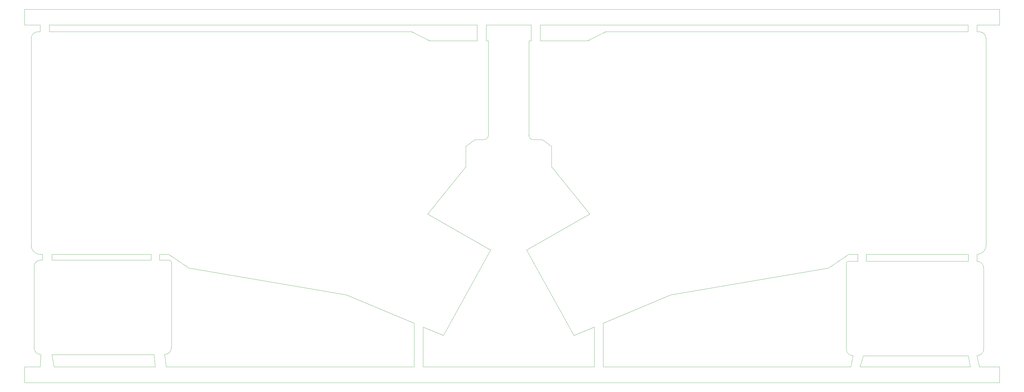
<source format=gbr>
G04 #@! TF.GenerationSoftware,KiCad,Pcbnew,(5.1.5)-3*
G04 #@! TF.CreationDate,2021-02-15T02:55:08-08:00*
G04 #@! TF.ProjectId,split,73706c69-742e-46b6-9963-61645f706362,rev?*
G04 #@! TF.SameCoordinates,Original*
G04 #@! TF.FileFunction,Profile,NP*
%FSLAX46Y46*%
G04 Gerber Fmt 4.6, Leading zero omitted, Abs format (unit mm)*
G04 Created by KiCad (PCBNEW (5.1.5)-3) date 2021-02-15 02:55:08*
%MOMM*%
%LPD*%
G04 APERTURE LIST*
%ADD10C,0.050000*%
G04 APERTURE END LIST*
D10*
X184150000Y112712500D02*
G75*
G03X185737500Y111125000I1587500J0D01*
G01*
X169862500Y112712500D02*
G75*
G02X168275000Y111125000I-1587500J0D01*
G01*
X149225000Y146050000D02*
X142875000Y149225000D01*
X149225000Y146050000D02*
X165893750Y146050000D01*
X184150000Y146050000D02*
X184943750Y146050000D01*
X204787500Y146050000D02*
X188118750Y146050000D01*
X211137500Y149225000D02*
X204787500Y146050000D01*
X185737500Y111125000D02*
X188912500Y111125000D01*
X188912500Y111125000D02*
X192087500Y108743750D01*
X192087500Y101600000D02*
X205581250Y84931250D01*
X192087500Y108743750D02*
X192087500Y101600000D01*
X165100000Y111125000D02*
X161925000Y108743750D01*
X168275000Y111125000D02*
X165100000Y111125000D01*
X161925000Y108743750D02*
X161925000Y101600000D01*
X161925000Y101600000D02*
X148431250Y84931250D01*
X342900000Y149225000D02*
G75*
G02X345281250Y146843750I0J-2381250D01*
G01*
X345281250Y73818750D02*
G75*
G02X342106250Y70643750I-3175000J0D01*
G01*
X8731250Y146843750D02*
G75*
G02X11112500Y149225000I2381250J0D01*
G01*
X11906250Y70643750D02*
G75*
G02X8731250Y73818750I0J3175000D01*
G01*
X289718750Y65881250D02*
X296862500Y70643750D01*
X234156250Y56356250D02*
X289718750Y65881250D01*
X64293750Y65881250D02*
X57150000Y70643750D01*
X200025000Y42068750D02*
X207168750Y45050000D01*
X210343750Y30956250D02*
X210343750Y46400000D01*
X207168750Y30956250D02*
X207168750Y45050000D01*
X234156250Y56356250D02*
X210343750Y46400000D01*
X153987500Y42068750D02*
X146843750Y45050000D01*
X338931250Y151606250D02*
X338931250Y149225000D01*
X342106250Y149225000D02*
X342106250Y151606250D01*
X342900000Y149225000D02*
X342106250Y149225000D01*
X169068750Y151606250D02*
X184943750Y151606250D01*
X188118750Y146050000D02*
X188118750Y151606250D01*
X184943750Y146050000D02*
X184943750Y151606250D01*
X169068750Y146050000D02*
X169068750Y151606250D01*
X165893750Y146050000D02*
X165893750Y151606250D01*
X169862500Y146050000D02*
X169068750Y146050000D01*
X15081250Y151606250D02*
X15081250Y149225000D01*
X11906250Y149225000D02*
X11906250Y151606250D01*
X11112500Y149225000D02*
X11906250Y149225000D01*
X296862500Y70643750D02*
X300037500Y70643750D01*
X57150000Y70643750D02*
X53975000Y70643750D01*
X119856250Y56356250D02*
X64293750Y65881250D01*
X345281250Y73818750D02*
X345281250Y146843750D01*
X344450000Y65850000D02*
X344450000Y37275000D01*
X16000000Y68656250D02*
X51000000Y68656250D01*
X9725000Y37700000D02*
X9725000Y66275000D01*
X303000000Y70643750D02*
X339000000Y70643750D01*
X302000000Y34893750D02*
X339000000Y34893750D01*
X298412500Y34893750D02*
G75*
G02X296031250Y37275000I0J2381250D01*
G01*
X52000000Y35318750D02*
X16000000Y35320000D01*
X296031250Y67437500D02*
G75*
G02X296825000Y68231250I793750J0D01*
G01*
X51000000Y70643750D02*
X16000000Y70643750D01*
X58143750Y67862500D02*
X58143750Y37700000D01*
X296031250Y67437500D02*
X296031250Y37275000D01*
X339000000Y68231250D02*
X303000000Y68231250D01*
X15081250Y149225000D02*
X142875000Y149225000D01*
X184150000Y112712500D02*
X184150000Y146050000D01*
X8731250Y73818750D02*
X8731250Y146843750D01*
X169862500Y112712500D02*
X169862500Y146050000D01*
X338931250Y149225000D02*
X211137500Y149225000D01*
X6350000Y25400000D02*
X6350000Y30956250D01*
X350043750Y25400000D02*
X6350000Y25400000D01*
X12106250Y35318750D02*
X11906250Y30956250D01*
X188118750Y151606250D02*
X338931250Y151606250D01*
X350043750Y30956250D02*
X350043750Y25400000D01*
X165893750Y151606250D02*
X15081250Y151606250D01*
X339000000Y34893750D02*
X339725000Y30956250D01*
X302000000Y34893750D02*
X300831250Y30956250D01*
X297656250Y30956250D02*
X210343750Y30956250D01*
X339725000Y30956250D02*
X300831250Y30956250D01*
X339000000Y70643750D02*
X339000000Y68231250D01*
X342900000Y30956250D02*
X350043750Y30956250D01*
X342068750Y68231250D02*
X342106250Y70643750D01*
X148431250Y84931250D02*
X170656250Y72231250D01*
X11906250Y151606250D02*
X6350000Y151606250D01*
X300037500Y68230000D02*
X296825000Y68231250D01*
X344450000Y37275000D02*
G75*
G02X342068750Y34893750I-2381250J0D01*
G01*
X6350000Y151606250D02*
X6350000Y157162500D01*
X11906250Y70643750D02*
X12700000Y70643750D01*
X350043750Y157162500D02*
X350043750Y151606250D01*
X303000000Y70643750D02*
X303000000Y68231250D01*
X57350000Y68656250D02*
X53975000Y68650000D01*
X53975000Y70643750D02*
X53975000Y68650000D01*
X12106250Y68656250D02*
X12700000Y68660000D01*
X57350000Y68656250D02*
G75*
G02X58143750Y67862500I0J-793750D01*
G01*
X300037500Y70643750D02*
X300037500Y68230000D01*
X51000000Y70643750D02*
X51000000Y68656250D01*
X58143750Y37700000D02*
G75*
G02X55762500Y35318750I-2381250J0D01*
G01*
X16000000Y68656250D02*
X16000000Y70643750D01*
X12106250Y35318750D02*
G75*
G02X9725000Y37700000I0J2381250D01*
G01*
X6350000Y157162500D02*
X350043750Y157162500D01*
X342068750Y68231250D02*
G75*
G02X344450000Y65850000I0J-2381250D01*
G01*
X12700000Y70643750D02*
X12700000Y68660000D01*
X9725000Y66275000D02*
G75*
G02X12106250Y68656250I2381250J0D01*
G01*
X350043750Y151606250D02*
X342106250Y151606250D01*
X146843750Y30956250D02*
X146843750Y45050000D01*
X205581250Y84931250D02*
X183356250Y72231250D01*
X153987500Y42068750D02*
X170656250Y72231250D01*
X200025000Y42068750D02*
X183356250Y72231250D01*
X119856250Y56356250D02*
X143668750Y46400000D01*
X143668750Y30956250D02*
X143668750Y46400000D01*
X298412500Y34893750D02*
X297656250Y30956250D01*
X52387500Y30956250D02*
X52000000Y35318750D01*
X55762500Y35318750D02*
X56356250Y30956250D01*
X16793750Y30956250D02*
X16000000Y35320000D01*
X11906250Y30956250D02*
X6350000Y30956250D01*
X342068750Y34893750D02*
X342900000Y30956250D01*
X146843750Y30956250D02*
X207168750Y30956250D01*
X143668750Y30956250D02*
X56356250Y30956250D01*
X52387500Y30956250D02*
X16793750Y30956250D01*
M02*

</source>
